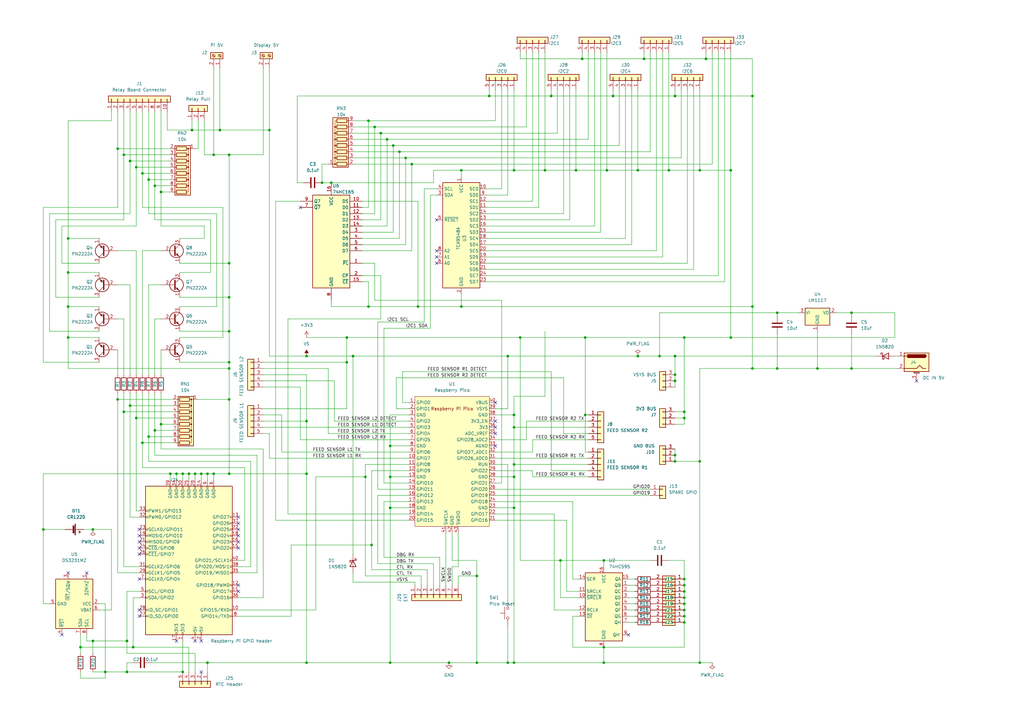
<source format=kicad_sch>
(kicad_sch (version 20211123) (generator eeschema)
  (paper "A3")
  (junction (at 144.78 146.05))
  (junction (at 151.13 125.73))
  (junction (at 149.86 195.58))
  (junction (at 58.42 181.61))
  (junction (at 287.02 69.85))
  (junction (at 210.82 208.28))
  (junction (at 160.02 271.78))
  (junction (at 60.96 73.66))
  (junction (at 80.01 194.31))
  (junction (at 335.28 151.13))
  (junction (at 110.49 53.34))
  (junction (at 166.37 64.77))
  (junction (at 50.8 168.91))
  (junction (at 60.96 179.07))
  (junction (at 168.91 67.31))
  (junction (at 63.5 76.2))
  (junction (at 55.88 68.58))
  (junction (at 276.86 39.37))
  (junction (at 54.61 265.43))
  (junction (at 240.03 138.43))
  (junction (at 85.09 194.31))
  (junction (at 93.98 135.89))
  (junction (at 308.61 39.37))
  (junction (at 132.08 74.93))
  (junction (at 33.02 265.43))
  (junction (at 280.67 252.73))
  (junction (at 280.67 138.43))
  (junction (at 213.36 138.43))
  (junction (at 276.86 146.05))
  (junction (at 210.82 195.58))
  (junction (at 142.24 148.59))
  (junction (at 87.63 194.31))
  (junction (at 276.86 186.69))
  (junction (at 43.18 275.59))
  (junction (at 287.02 271.78))
  (junction (at 160.02 182.88))
  (junction (at 247.65 229.87))
  (junction (at 247.65 265.43))
  (junction (at 161.29 59.69))
  (junction (at 72.39 194.31))
  (junction (at 226.06 39.37))
  (junction (at 236.22 69.85))
  (junction (at 90.17 53.34))
  (junction (at 74.93 194.31))
  (junction (at 287.02 189.23))
  (junction (at 53.34 66.04))
  (junction (at 125.73 271.78))
  (junction (at 93.98 163.83))
  (junction (at 195.58 271.78))
  (junction (at 276.86 189.23))
  (junction (at 200.66 39.37))
  (junction (at 63.5 176.53))
  (junction (at 184.15 271.78))
  (junction (at 264.16 24.13))
  (junction (at 274.32 69.85))
  (junction (at 160.02 195.58))
  (junction (at 52.07 275.59))
  (junction (at 85.09 271.78))
  (junction (at 163.83 62.23))
  (junction (at 240.03 170.18))
  (junction (at 17.78 217.17))
  (junction (at 55.88 171.45))
  (junction (at 82.55 194.31))
  (junction (at 210.82 190.5))
  (junction (at 308.61 125.73))
  (junction (at 66.04 78.74))
  (junction (at 208.28 146.05))
  (junction (at 125.73 146.05))
  (junction (at 77.47 194.31))
  (junction (at 93.98 194.31))
  (junction (at 247.65 271.78))
  (junction (at 87.63 63.5))
  (junction (at 251.46 39.37))
  (junction (at 195.58 236.22))
  (junction (at 125.73 172.72))
  (junction (at 210.82 69.85))
  (junction (at 142.24 138.43))
  (junction (at 53.34 166.37))
  (junction (at 223.52 69.85))
  (junction (at 66.04 173.99))
  (junction (at 349.25 128.27))
  (junction (at 38.1 262.89))
  (junction (at 308.61 151.13))
  (junction (at 50.8 63.5))
  (junction (at 93.98 148.59))
  (junction (at 280.67 247.65))
  (junction (at 38.1 217.17))
  (junction (at 349.25 151.13))
  (junction (at 229.87 229.87))
  (junction (at 280.67 250.19))
  (junction (at 52.07 262.89))
  (junction (at 238.76 24.13))
  (junction (at 48.26 163.83))
  (junction (at 27.94 138.43))
  (junction (at 280.67 240.03))
  (junction (at 156.21 54.61))
  (junction (at 280.67 171.45))
  (junction (at 125.73 194.31))
  (junction (at 280.67 237.49))
  (junction (at 270.51 146.05))
  (junction (at 299.72 138.43))
  (junction (at 318.77 151.13))
  (junction (at 210.82 175.26))
  (junction (at 299.72 69.85))
  (junction (at 27.94 125.73))
  (junction (at 280.67 168.91))
  (junction (at 208.28 271.78))
  (junction (at 276.86 153.67))
  (junction (at 152.4 223.52))
  (junction (at 78.74 53.34))
  (junction (at 93.98 63.5))
  (junction (at 261.62 69.85))
  (junction (at 27.94 97.79))
  (junction (at 93.98 121.92))
  (junction (at 93.98 151.13))
  (junction (at 171.45 125.73))
  (junction (at 93.98 107.95))
  (junction (at 27.94 111.76))
  (junction (at 69.85 194.31))
  (junction (at 276.86 156.21))
  (junction (at 153.67 52.07))
  (junction (at 48.26 60.96))
  (junction (at 318.77 128.27))
  (junction (at 58.42 71.12))
  (junction (at 280.67 242.57))
  (junction (at 151.13 49.53))
  (junction (at 189.23 69.85))
  (junction (at 74.93 275.59))
  (junction (at 280.67 255.27))
  (junction (at 210.82 170.18))
  (junction (at 189.23 125.73))
  (junction (at 289.56 24.13))
  (junction (at 135.89 74.93))
  (junction (at 248.92 69.85))
  (junction (at 210.82 271.78))
  (junction (at 160.02 208.28))
  (junction (at 158.75 57.15))
  (junction (at 280.67 245.11))
  (junction (at 261.62 146.05))
  (no_connect (at 57.15 224.79))
  (no_connect (at 97.79 240.03))
  (no_connect (at 97.79 242.57))
  (no_connect (at 57.15 217.17))
  (no_connect (at 82.55 262.89))
  (no_connect (at 375.92 156.21))
  (no_connect (at 57.15 219.71))
  (no_connect (at 179.07 107.95))
  (no_connect (at 179.07 102.87))
  (no_connect (at 179.07 105.41))
  (no_connect (at 179.07 90.17))
  (no_connect (at 57.15 250.19))
  (no_connect (at 57.15 252.73))
  (no_connect (at 57.15 237.49))
  (no_connect (at 203.2 175.26))
  (no_connect (at 25.4 260.35))
  (no_connect (at 35.56 234.95))
  (no_connect (at 27.94 234.95))
  (no_connect (at 97.79 212.09))
  (no_connect (at 97.79 224.79))
  (no_connect (at 97.79 222.25))
  (no_connect (at 97.79 219.71))
  (no_connect (at 97.79 214.63))
  (no_connect (at 97.79 217.17))
  (no_connect (at 57.15 222.25))
  (no_connect (at 72.39 262.89))
  (no_connect (at 82.55 275.59))
  (no_connect (at 123.19 85.09))
  (no_connect (at 203.2 177.8))
  (no_connect (at 203.2 172.72))
  (no_connect (at 203.2 165.1))
  (no_connect (at 203.2 182.88))
  (no_connect (at 80.01 262.89))
  (no_connect (at 57.15 227.33))
  (no_connect (at 257.81 260.35))
  (wire (pts (xy 276.86 168.91) (xy 280.67 168.91)))
  (wire (pts (xy 226.06 152.4) (xy 226.06 193.04)))
  (wire (pts (xy 38.1 217.17) (xy 45.72 217.17)))
  (wire (pts (xy 167.64 170.18) (xy 160.02 170.18)))
  (wire (pts (xy 210.82 175.26) (xy 210.82 190.5)))
  (wire (pts (xy 231.14 177.8) (xy 241.3 177.8)))
  (wire (pts (xy 107.95 170.18) (xy 115.57 170.18)))
  (wire (pts (xy 50.8 168.91) (xy 50.8 232.41)))
  (wire (pts (xy 93.98 194.31) (xy 87.63 194.31)))
  (wire (pts (xy 144.78 67.31) (xy 168.91 67.31)))
  (wire (pts (xy 97.79 250.19) (xy 129.54 250.19)))
  (wire (pts (xy 203.2 213.36) (xy 232.41 213.36)))
  (wire (pts (xy 163.83 62.23) (xy 266.7 62.23)))
  (wire (pts (xy 232.41 213.36) (xy 232.41 242.57)))
  (wire (pts (xy 17.78 85.09) (xy 48.26 85.09)))
  (wire (pts (xy 152.4 193.04) (xy 152.4 223.52)))
  (wire (pts (xy 247.65 229.87) (xy 247.65 232.41)))
  (wire (pts (xy 80.01 194.31) (xy 82.55 194.31)))
  (wire (pts (xy 123.19 158.75) (xy 123.19 180.34)))
  (wire (pts (xy 142.24 148.59) (xy 142.24 167.64)))
  (wire (pts (xy 208.28 167.64) (xy 208.28 146.05)))
  (wire (pts (xy 54.61 245.11) (xy 54.61 265.43)))
  (wire (pts (xy 20.32 135.89) (xy 20.32 87.63)))
  (wire (pts (xy 228.6 54.61) (xy 228.6 36.83)))
  (wire (pts (xy 55.88 68.58) (xy 55.88 92.71)))
  (wire (pts (xy 238.76 24.13) (xy 213.36 24.13)))
  (wire (pts (xy 27.94 151.13) (xy 93.98 151.13)))
  (wire (pts (xy 38.1 262.89) (xy 38.1 267.97)))
  (wire (pts (xy 276.86 171.45) (xy 280.67 171.45)))
  (wire (pts (xy 199.39 100.33) (xy 259.08 100.33)))
  (wire (pts (xy 60.96 73.66) (xy 69.85 73.66)))
  (wire (pts (xy 48.26 60.96) (xy 48.26 85.09)))
  (wire (pts (xy 171.45 125.73) (xy 189.23 125.73)))
  (wire (pts (xy 162.56 167.64) (xy 162.56 154.94)))
  (wire (pts (xy 60.96 87.63) (xy 88.9 87.63)))
  (wire (pts (xy 77.47 265.43) (xy 54.61 265.43)))
  (wire (pts (xy 281.94 107.95) (xy 281.94 36.83)))
  (wire (pts (xy 160.02 195.58) (xy 167.64 195.58)))
  (wire (pts (xy 78.74 53.34) (xy 90.17 53.34)))
  (wire (pts (xy 162.56 154.94) (xy 231.14 154.94)))
  (wire (pts (xy 113.03 82.55) (xy 113.03 213.36)))
  (wire (pts (xy 68.58 45.72) (xy 68.58 53.34)))
  (wire (pts (xy 97.79 229.87) (xy 100.33 229.87)))
  (wire (pts (xy 243.84 92.71) (xy 243.84 21.59)))
  (wire (pts (xy 125.73 153.67) (xy 125.73 172.72)))
  (wire (pts (xy 102.87 189.23) (xy 60.96 189.23)))
  (wire (pts (xy 199.39 105.41) (xy 271.78 105.41)))
  (wire (pts (xy 53.34 66.04) (xy 69.85 66.04)))
  (wire (pts (xy 240.03 170.18) (xy 241.3 170.18)))
  (wire (pts (xy 93.98 194.31) (xy 125.73 194.31)))
  (wire (pts (xy 33.02 265.43) (xy 33.02 260.35)))
  (wire (pts (xy 55.88 161.29) (xy 55.88 171.45)))
  (wire (pts (xy 160.02 182.88) (xy 160.02 195.58)))
  (wire (pts (xy 58.42 71.12) (xy 58.42 85.09)))
  (wire (pts (xy 50.8 130.81) (xy 50.8 153.67)))
  (wire (pts (xy 167.64 180.34) (xy 123.19 180.34)))
  (wire (pts (xy 177.8 231.14) (xy 154.94 231.14)))
  (wire (pts (xy 57.15 242.57) (xy 52.07 242.57)))
  (wire (pts (xy 148.59 97.79) (xy 163.83 97.79)))
  (wire (pts (xy 203.2 200.66) (xy 266.7 200.66)))
  (wire (pts (xy 110.49 146.05) (xy 125.73 146.05)))
  (wire (pts (xy 66.04 173.99) (xy 71.12 173.99)))
  (wire (pts (xy 27.94 49.53) (xy 27.94 97.79)))
  (wire (pts (xy 161.29 59.69) (xy 254 59.69)))
  (wire (pts (xy 38.1 275.59) (xy 43.18 275.59)))
  (wire (pts (xy 240.03 170.18) (xy 240.03 185.42)))
  (wire (pts (xy 119.38 223.52) (xy 152.4 223.52)))
  (wire (pts (xy 33.02 278.13) (xy 43.18 278.13)))
  (wire (pts (xy 218.44 195.58) (xy 241.3 195.58)))
  (wire (pts (xy 208.28 256.54) (xy 208.28 271.78)))
  (wire (pts (xy 55.88 68.58) (xy 69.85 68.58)))
  (wire (pts (xy 57.15 245.11) (xy 54.61 245.11)))
  (wire (pts (xy 144.78 52.07) (xy 153.67 52.07)))
  (wire (pts (xy 264.16 24.13) (xy 238.76 24.13)))
  (wire (pts (xy 154.94 132.08) (xy 173.99 132.08)))
  (wire (pts (xy 118.11 130.81) (xy 118.11 210.82)))
  (wire (pts (xy 247.65 265.43) (xy 247.65 271.78)))
  (wire (pts (xy 180.34 228.6) (xy 157.48 228.6)))
  (wire (pts (xy 227.33 210.82) (xy 227.33 250.19)))
  (wire (pts (xy 57.15 234.95) (xy 48.26 234.95)))
  (wire (pts (xy 93.98 63.5) (xy 107.95 63.5)))
  (wire (pts (xy 223.52 21.59) (xy 223.52 69.85)))
  (wire (pts (xy 236.22 69.85) (xy 223.52 69.85)))
  (wire (pts (xy 165.1 165.1) (xy 165.1 152.4)))
  (wire (pts (xy 261.62 146.05) (xy 270.51 146.05)))
  (wire (pts (xy 266.7 62.23) (xy 266.7 21.59)))
  (wire (pts (xy 48.26 60.96) (xy 69.85 60.96)))
  (wire (pts (xy 327.66 128.27) (xy 318.77 128.27)))
  (wire (pts (xy 125.73 194.31) (xy 125.73 271.78)))
  (wire (pts (xy 148.59 113.03) (xy 156.21 113.03)))
  (wire (pts (xy 223.52 162.56) (xy 223.52 135.89)))
  (wire (pts (xy 125.73 146.05) (xy 144.78 146.05)))
  (wire (pts (xy 135.89 125.73) (xy 151.13 125.73)))
  (wire (pts (xy 148.59 102.87) (xy 168.91 102.87)))
  (wire (pts (xy 85.09 271.78) (xy 125.73 271.78)))
  (wire (pts (xy 271.78 105.41) (xy 271.78 21.59)))
  (wire (pts (xy 77.47 194.31) (xy 80.01 194.31)))
  (wire (pts (xy 125.73 172.72) (xy 125.73 194.31)))
  (wire (pts (xy 229.87 245.11) (xy 229.87 229.87)))
  (wire (pts (xy 223.52 69.85) (xy 210.82 69.85)))
  (wire (pts (xy 107.95 158.75) (xy 123.19 158.75)))
  (wire (pts (xy 210.82 190.5) (xy 241.3 190.5)))
  (wire (pts (xy 66.04 92.71) (xy 83.82 92.71)))
  (wire (pts (xy 52.07 242.57) (xy 52.07 262.89)))
  (wire (pts (xy 199.39 82.55) (xy 218.44 82.55)))
  (wire (pts (xy 254 59.69) (xy 254 36.83)))
  (wire (pts (xy 58.42 161.29) (xy 58.42 181.61)))
  (wire (pts (xy 227.33 250.19) (xy 237.49 250.19)))
  (wire (pts (xy 57.15 232.41) (xy 50.8 232.41)))
  (wire (pts (xy 27.94 138.43) (xy 27.94 151.13)))
  (wire (pts (xy 90.17 53.34) (xy 110.49 53.34)))
  (wire (pts (xy 148.59 115.57) (xy 151.13 115.57)))
  (wire (pts (xy 203.2 195.58) (xy 210.82 195.58)))
  (wire (pts (xy 280.67 173.99) (xy 276.86 173.99)))
  (wire (pts (xy 233.68 90.17) (xy 233.68 36.83)))
  (wire (pts (xy 73.66 138.43) (xy 91.44 138.43)))
  (wire (pts (xy 187.96 218.44) (xy 187.96 232.41)))
  (wire (pts (xy 210.82 208.28) (xy 210.82 271.78)))
  (wire (pts (xy 27.94 97.79) (xy 27.94 111.76)))
  (wire (pts (xy 27.94 97.79) (xy 40.64 97.79)))
  (wire (pts (xy 148.59 90.17) (xy 156.21 90.17)))
  (wire (pts (xy 289.56 24.13) (xy 264.16 24.13)))
  (wire (pts (xy 73.66 148.59) (xy 93.98 148.59)))
  (wire (pts (xy 280.67 138.43) (xy 299.72 138.43)))
  (wire (pts (xy 110.49 53.34) (xy 110.49 146.05)))
  (wire (pts (xy 276.86 36.83) (xy 276.86 39.37)))
  (wire (pts (xy 40.64 247.65) (xy 43.18 247.65)))
  (wire (pts (xy 80.01 60.96) (xy 81.28 60.96)))
  (wire (pts (xy 200.66 39.37) (xy 226.06 39.37)))
  (wire (pts (xy 215.9 52.07) (xy 215.9 21.59)))
  (wire (pts (xy 203.2 190.5) (xy 208.28 190.5)))
  (wire (pts (xy 335.28 151.13) (xy 349.25 151.13)))
  (wire (pts (xy 200.66 36.83) (xy 200.66 39.37)))
  (wire (pts (xy 259.08 100.33) (xy 259.08 36.83)))
  (wire (pts (xy 153.67 52.07) (xy 215.9 52.07)))
  (wire (pts (xy 156.21 113.03) (xy 156.21 130.81)))
  (wire (pts (xy 107.95 245.11) (xy 107.95 184.15)))
  (wire (pts (xy 63.5 90.17) (xy 86.36 90.17)))
  (wire (pts (xy 276.86 146.05) (xy 359.41 146.05)))
  (wire (pts (xy 248.92 21.59) (xy 248.92 69.85)))
  (wire (pts (xy 48.26 45.72) (xy 48.26 60.96)))
  (wire (pts (xy 52.07 267.97) (xy 80.01 267.97)))
  (wire (pts (xy 58.42 85.09) (xy 91.44 85.09)))
  (wire (pts (xy 97.79 234.95) (xy 105.41 234.95)))
  (wire (pts (xy 287.02 151.13) (xy 308.61 151.13)))
  (wire (pts (xy 177.8 69.85) (xy 189.23 69.85)))
  (wire (pts (xy 210.82 170.18) (xy 210.82 175.26)))
  (wire (pts (xy 80.01 194.31) (xy 80.01 196.85)))
  (wire (pts (xy 144.78 49.53) (xy 151.13 49.53)))
  (wire (pts (xy 54.61 271.78) (xy 52.07 271.78)))
  (wire (pts (xy 182.88 218.44) (xy 182.88 240.03)))
  (wire (pts (xy 50.8 168.91) (xy 71.12 168.91)))
  (wire (pts (xy 93.98 63.5) (xy 87.63 63.5)))
  (wire (pts (xy 52.07 275.59) (xy 74.93 275.59)))
  (wire (pts (xy 179.07 77.47) (xy 173.99 77.47)))
  (wire (pts (xy 60.96 179.07) (xy 60.96 189.23)))
  (wire (pts (xy 189.23 125.73) (xy 308.61 125.73)))
  (wire (pts (xy 156.21 54.61) (xy 156.21 90.17)))
  (wire (pts (xy 251.46 39.37) (xy 276.86 39.37)))
  (wire (pts (xy 156.21 54.61) (xy 228.6 54.61)))
  (wire (pts (xy 50.8 161.29) (xy 50.8 168.91)))
  (wire (pts (xy 48.26 163.83) (xy 48.26 234.95)))
  (wire (pts (xy 160.02 208.28) (xy 160.02 271.78)))
  (wire (pts (xy 199.39 90.17) (xy 233.68 90.17)))
  (wire (pts (xy 135.89 123.19) (xy 135.89 125.73)))
  (wire (pts (xy 335.28 135.89) (xy 335.28 151.13)))
  (wire (pts (xy 157.48 134.62) (xy 157.48 198.12)))
  (wire (pts (xy 215.9 172.72) (xy 215.9 180.34)))
  (wire (pts (xy 208.28 146.05) (xy 261.62 146.05)))
  (wire (pts (xy 342.9 128.27) (xy 349.25 128.27)))
  (wire (pts (xy 158.75 57.15) (xy 241.3 57.15)))
  (wire (pts (xy 199.39 95.25) (xy 246.38 95.25)))
  (wire (pts (xy 176.53 80.01) (xy 176.53 134.62)))
  (wire (pts (xy 83.82 63.5) (xy 87.63 63.5)))
  (wire (pts (xy 210.82 190.5) (xy 210.82 195.58)))
  (wire (pts (xy 118.11 210.82) (xy 167.64 210.82)))
  (wire (pts (xy 35.56 262.89) (xy 38.1 262.89)))
  (wire (pts (xy 85.09 194.31) (xy 85.09 196.85)))
  (wire (pts (xy 172.72 240.03) (xy 172.72 236.22)))
  (wire (pts (xy 151.13 85.09) (xy 151.13 49.53)))
  (wire (pts (xy 299.72 69.85) (xy 287.02 69.85)))
  (wire (pts (xy 210.82 162.56) (xy 223.52 162.56)))
  (wire (pts (xy 234.95 252.73) (xy 234.95 265.43)))
  (wire (pts (xy 195.58 229.87) (xy 195.58 236.22)))
  (wire (pts (xy 107.95 156.21) (xy 137.16 156.21)))
  (wire (pts (xy 53.34 66.04) (xy 53.34 87.63)))
  (wire (pts (xy 199.39 113.03) (xy 294.64 113.03)))
  (wire (pts (xy 274.32 229.87) (xy 280.67 229.87)))
  (wire (pts (xy 132.08 67.31) (xy 132.08 74.93)))
  (wire (pts (xy 148.59 87.63) (xy 153.67 87.63)))
  (wire (pts (xy 234.95 237.49) (xy 237.49 237.49)))
  (wire (pts (xy 160.02 170.18) (xy 160.02 182.88)))
  (wire (pts (xy 134.62 151.13) (xy 134.62 177.8)))
  (wire (pts (xy 308.61 125.73) (xy 308.61 151.13)))
  (wire (pts (xy 110.49 27.94) (xy 110.49 53.34)))
  (wire (pts (xy 276.86 158.75) (xy 276.86 156.21)))
  (wire (pts (xy 74.93 194.31) (xy 77.47 194.31)))
  (wire (pts (xy 110.49 177.8) (xy 107.95 177.8)))
  (wire (pts (xy 171.45 82.55) (xy 171.45 125.73)))
  (wire (pts (xy 185.42 218.44) (xy 185.42 229.87)))
  (wire (pts (xy 17.78 194.31) (xy 69.85 194.31)))
  (wire (pts (xy 247.65 229.87) (xy 266.7 229.87)))
  (wire (pts (xy 93.98 107.95) (xy 93.98 121.92)))
  (wire (pts (xy 175.26 240.03) (xy 175.26 233.68)))
  (wire (pts (xy 157.48 134.62) (xy 176.53 134.62)))
  (wire (pts (xy 203.2 193.04) (xy 218.44 193.04)))
  (wire (pts (xy 213.36 24.13) (xy 213.36 21.59)))
  (wire (pts (xy 50.8 63.5) (xy 50.8 90.17)))
  (wire (pts (xy 87.63 27.94) (xy 87.63 63.5)))
  (wire (pts (xy 203.2 49.53) (xy 203.2 36.83)))
  (wire (pts (xy 100.33 229.87) (xy 100.33 191.77)))
  (wire (pts (xy 50.8 45.72) (xy 50.8 63.5)))
  (wire (pts (xy 287.02 69.85) (xy 274.32 69.85)))
  (wire (pts (xy 203.2 180.34) (xy 215.9 180.34)))
  (wire (pts (xy 199.39 87.63) (xy 231.14 87.63)))
  (wire (pts (xy 203.2 208.28) (xy 210.82 208.28)))
  (wire (pts (xy 27.94 138.43) (xy 40.64 138.43)))
  (wire (pts (xy 63.5 130.81) (xy 63.5 153.67)))
  (wire (pts (xy 170.18 238.76) (xy 144.78 238.76)))
  (wire (pts (xy 68.58 53.34) (xy 78.74 53.34)))
  (wire (pts (xy 308.61 24.13) (xy 308.61 39.37)))
  (wire (pts (xy 208.28 190.5) (xy 208.28 246.38)))
  (wire (pts (xy 20.32 135.89) (xy 40.64 135.89)))
  (wire (pts (xy 144.78 62.23) (xy 163.83 62.23)))
  (wire (pts (xy 83.82 49.53) (xy 83.82 63.5)))
  (wire (pts (xy 45.72 250.19) (xy 40.64 250.19)))
  (wire (pts (xy 149.86 195.58) (xy 149.86 236.22)))
  (wire (pts (xy 77.47 194.31) (xy 77.47 196.85)))
  (wire (pts (xy 218.44 180.34) (xy 218.44 185.42)))
  (wire (pts (xy 158.75 57.15) (xy 158.75 92.71)))
  (wire (pts (xy 93.98 63.5) (xy 93.98 107.95)))
  (wire (pts (xy 52.07 262.89) (xy 52.07 267.97)))
  (wire (pts (xy 166.37 64.77) (xy 279.4 64.77)))
  (wire (pts (xy 349.25 128.27) (xy 367.03 128.27)))
  (wire (pts (xy 185.42 232.41) (xy 185.42 240.03)))
  (wire (pts (xy 144.78 59.69) (xy 161.29 59.69)))
  (wire (pts (xy 148.59 107.95) (xy 153.67 107.95)))
  (wire (pts (xy 203.2 170.18) (xy 210.82 170.18)))
  (wire (pts (xy 50.8 63.5) (xy 69.85 63.5)))
  (wire (pts (xy 22.86 90.17) (xy 50.8 90.17)))
  (wire (pts (xy 160.02 208.28) (xy 167.64 208.28)))
  (wire (pts (xy 66.04 173.99) (xy 66.04 184.15)))
  (wire (pts (xy 280.67 240.03) (xy 280.67 242.57)))
  (wire (pts (xy 129.54 195.58) (xy 129.54 250.19)))
  (wire (pts (xy 148.59 92.71) (xy 158.75 92.71)))
  (wire (pts (xy 299.72 69.85) (xy 299.72 138.43)))
  (wire (pts (xy 154.94 203.2) (xy 167.64 203.2)))
  (wire (pts (xy 287.02 189.23) (xy 287.02 271.78)))
  (wire (pts (xy 63.5 45.72) (xy 63.5 76.2)))
  (wire (pts (xy 25.4 107.95) (xy 25.4 92.71)))
  (wire (pts (xy 149.86 190.5) (xy 149.86 195.58)))
  (wire (pts (xy 280.67 138.43) (xy 280.67 168.91)))
  (wire (pts (xy 349.25 128.27) (xy 349.25 129.54)))
  (wire (pts (xy 73.66 97.79) (xy 83.82 97.79)))
  (wire (pts (xy 270.51 128.27) (xy 270.51 146.05)))
  (wire (pts (xy 208.28 271.78) (xy 210.82 271.78)))
  (wire (pts (xy 73.66 111.76) (xy 86.36 111.76)))
  (wire (pts (xy 226.06 39.37) (xy 251.46 39.37)))
  (wire (pts (xy 161.29 59.69) (xy 161.29 95.25)))
  (wire (pts (xy 107.95 27.94) (xy 107.95 63.5)))
  (wire (pts (xy 148.59 82.55) (xy 171.45 82.55)))
  (wire (pts (xy 73.66 125.73) (xy 88.9 125.73)))
  (wire (pts (xy 157.48 228.6) (xy 157.48 205.74)))
  (wire (pts (xy 58.42 102.87) (xy 58.42 153.67)))
  (wire (pts (xy 257.81 250.19) (xy 260.35 250.19)))
  (wire (pts (xy 93.98 151.13) (xy 93.98 163.83)))
  (wire (pts (xy 82.55 194.31) (xy 85.09 194.31)))
  (wire (pts (xy 167.64 165.1) (xy 165.1 165.1)))
  (wire (pts (xy 63.5 161.29) (xy 63.5 176.53)))
  (wire (pts (xy 107.95 184.15) (xy 66.04 184.15)))
  (wire (pts (xy 63.5 176.53) (xy 71.12 176.53)))
  (wire (pts (xy 257.81 245.11) (xy 260.35 245.11)))
  (wire (pts (xy 17.78 247.65) (xy 20.32 247.65)))
  (wire (pts (xy 55.88 45.72) (xy 55.88 68.58)))
  (wire (pts (xy 17.78 217.17) (xy 17.78 194.31)))
  (wire (pts (xy 264.16 21.59) (xy 264.16 24.13)))
  (wire (pts (xy 43.18 278.13) (xy 43.18 275.59)))
  (wire (pts (xy 74.93 262.89) (xy 74.93 275.59)))
  (wire (pts (xy 58.42 45.72) (xy 58.42 71.12)))
  (wire (pts (xy 113.03 213.36) (xy 167.64 213.36)))
  (wire (pts (xy 240.03 185.42) (xy 241.3 185.42)))
  (wire (pts (xy 210.82 175.26) (xy 241.3 175.26)))
  (wire (pts (xy 274.32 69.85) (xy 261.62 69.85)))
  (wire (pts (xy 280.67 252.73) (xy 280.67 255.27)))
  (wire (pts (xy 199.39 77.47) (xy 205.74 77.47)))
  (wire (pts (xy 25.4 92.71) (xy 55.88 92.71)))
  (wire (pts (xy 189.23 69.85) (xy 189.23 72.39)))
  (wire (pts (xy 203.2 203.2) (xy 266.7 203.2)))
  (wire (pts (xy 154.94 231.14) (xy 154.94 203.2)))
  (wire (pts (xy 100.33 191.77) (xy 58.42 191.77)))
  (wire (pts (xy 160.02 271.78) (xy 184.15 271.78)))
  (wire (pts (xy 81.28 163.83) (xy 93.98 163.83)))
  (wire (pts (xy 83.82 92.71) (xy 83.82 97.79)))
  (wire (pts (xy 107.95 151.13) (xy 134.62 151.13)))
  (wire (pts (xy 205.74 123.19) (xy 205.74 198.12)))
  (wire (pts (xy 199.39 102.87) (xy 269.24 102.87)))
  (wire (pts (xy 167.64 187.96) (xy 110.49 187.96)))
  (wire (pts (xy 53.34 166.37) (xy 71.12 166.37)))
  (wire (pts (xy 257.81 252.73) (xy 260.35 252.73)))
  (wire (pts (xy 213.36 229.87) (xy 229.87 229.87)))
  (wire (pts (xy 203.2 167.64) (xy 208.28 167.64)))
  (wire (pts (xy 205.74 77.47) (xy 205.74 36.83)))
  (wire (pts (xy 93.98 163.83) (xy 93.98 194.31)))
  (wire (pts (xy 269.24 102.87) (xy 269.24 21.59)))
  (wire (pts (xy 142.24 138.43) (xy 142.24 148.59)))
  (wire (pts (xy 195.58 271.78) (xy 208.28 271.78)))
  (wire (pts (xy 257.81 237.49) (xy 260.35 237.49)))
  (wire (pts (xy 27.94 125.73) (xy 40.64 125.73)))
  (wire (pts (xy 199.39 85.09) (xy 220.98 85.09)))
  (wire (pts (xy 199.39 97.79) (xy 256.54 97.79)))
  (wire (pts (xy 48.26 143.51) (xy 48.26 153.67)))
  (wire (pts (xy 280.67 168.91) (xy 280.67 171.45)))
  (wire (pts (xy 160.02 195.58) (xy 160.02 208.28)))
  (wire (pts (xy 213.36 138.43) (xy 240.03 138.43)))
  (wire (pts (xy 153.67 123.19) (xy 205.74 123.19)))
  (wire (pts (xy 121.92 74.93) (xy 121.92 39.37)))
  (wire (pts (xy 251.46 36.83) (xy 251.46 39.37)))
  (wire (pts (xy 43.18 247.65) (xy 43.18 275.59)))
  (wire (pts (xy 144.78 57.15) (xy 158.75 57.15)))
  (wire (pts (xy 48.26 116.84) (xy 53.34 116.84)))
  (wire (pts (xy 107.95 153.67) (xy 125.73 153.67)))
  (wire (pts (xy 27.94 111.76) (xy 27.94 125.73)))
  (wire (pts (xy 229.87 229.87) (xy 247.65 229.87)))
  (wire (pts (xy 284.48 110.49) (xy 284.48 36.83)))
  (wire (pts (xy 203.2 185.42) (xy 218.44 185.42)))
  (wire (pts (xy 280.67 171.45) (xy 280.67 173.99)))
  (wire (pts (xy 73.66 107.95) (xy 93.98 107.95)))
  (wire (pts (xy 113.03 82.55) (xy 123.19 82.55)))
  (wire (pts (xy 85.09 271.78) (xy 85.09 275.59)))
  (wire (pts (xy 86.36 111.76) (xy 86.36 90.17)))
  (wire (pts (xy 299.72 138.43) (xy 367.03 138.43)))
  (wire (pts (xy 163.83 62.23) (xy 163.83 97.79)))
  (wire (pts (xy 129.54 195.58) (xy 149.86 195.58)))
  (wire (pts (xy 195.58 236.22) (xy 195.58 271.78)))
  (wire (pts (xy 73.66 121.92) (xy 93.98 121.92)))
  (wire (pts (xy 62.23 271.78) (xy 85.09 271.78)))
  (wire (pts (xy 177.8 240.03) (xy 177.8 231.14)))
  (wire (pts (xy 199.39 110.49) (xy 284.48 110.49)))
  (wire (pts (xy 63.5 76.2) (xy 69.85 76.2)))
  (wire (pts (xy 247.65 271.78) (xy 287.02 271.78)))
  (wire (pts (xy 69.85 196.85) (xy 69.85 194.31)))
  (wire (pts (xy 257.81 240.03) (xy 260.35 240.03)))
  (wire (pts (xy 115.57 170.18) (xy 115.57 185.42)))
  (wire (pts (xy 208.28 80.01) (xy 208.28 36.83)))
  (wire (pts (xy 124.46 74.93) (xy 121.92 74.93)))
  (wire (pts (xy 247.65 271.78) (xy 210.82 271.78)))
  (wire (pts (xy 257.81 242.57) (xy 260.35 242.57)))
  (wire (pts (xy 60.96 116.84) (xy 60.96 153.67)))
  (wire (pts (xy 110.49 187.96) (xy 110.49 177.8)))
  (wire (pts (xy 270.51 146.05) (xy 276.86 146.05)))
  (wire (pts (xy 287.02 271.78) (xy 292.1 271.78)))
  (wire (pts (xy 97.79 252.73) (xy 119.38 252.73)))
  (wire (pts (xy 144.78 54.61) (xy 156.21 54.61)))
  (wire (pts (xy 308.61 24.13) (xy 289.56 24.13)))
  (wire (pts (xy 72.39 194.31) (xy 74.93 194.31)))
  (wire (pts (xy 137.16 172.72) (xy 167.64 172.72)))
  (wire (pts (xy 134.62 67.31) (xy 132.08 67.31)))
  (wire (pts (xy 187.96 232.41) (xy 185.42 232.41)))
  (wire (pts (xy 27.94 49.53) (xy 45.72 49.53)))
  (wire (pts (xy 367.03 146.05) (xy 368.3 146.05)))
  (wire (pts (xy 179.07 80.01) (xy 176.53 80.01)))
  (wire (pts (xy 166.37 64.77) (xy 166.37 100.33)))
  (wire (pts (xy 280.67 242.57) (xy 280.67 245.11)))
  (wire (pts (xy 57.15 212.09) (xy 53.34 212.09)))
  (wire (pts (xy 292.1 67.31) (xy 292.1 21.59)))
  (wire (pts (xy 156.21 130.81) (xy 118.11 130.81)))
  (wire (pts (xy 55.88 171.45) (xy 71.12 171.45)))
  (wire (pts (xy 287.02 36.83) (xy 287.02 69.85)))
  (wire (pts (xy 234.95 265.43) (xy 247.65 265.43)))
  (wire (pts (xy 107.95 148.59) (xy 142.24 148.59)))
  (wire (pts (xy 48.26 102.87) (xy 55.88 102.87)))
  (wire (pts (xy 63.5 176.53) (xy 63.5 186.69)))
  (wire (pts (xy 73.66 135.89) (xy 93.98 135.89)))
  (wire (pts (xy 152.4 223.52) (xy 152.4 233.68)))
  (wire (pts (xy 170.18 240.03) (xy 170.18 238.76)))
  (wire (pts (xy 48.26 163.83) (xy 71.12 163.83)))
  (wire (pts (xy 167.64 200.66) (xy 154.94 200.66)))
  (wire (pts (xy 236.22 36.83) (xy 236.22 69.85)))
  (wire (pts (xy 27.94 125.73) (xy 27.94 138.43)))
  (wire (pts (xy 151.13 49.53) (xy 203.2 49.53)))
  (wire (pts (xy 149.86 190.5) (xy 167.64 190.5)))
  (wire (pts (xy 241.3 193.04) (xy 226.06 193.04)))
  (wire (pts (xy 63.5 76.2) (xy 63.5 90.17)))
  (wire (pts (xy 43.18 275.59) (xy 52.07 275.59)))
  (wire (pts (xy 20.32 87.63) (xy 53.34 87.63)))
  (wire (pts (xy 213.36 138.43) (xy 213.36 229.87)))
  (wire (pts (xy 241.3 57.15) (xy 241.3 21.59)))
  (wire (pts (xy 238.76 21.59) (xy 238.76 24.13)))
  (wire (pts (xy 187.96 240.03) (xy 187.96 236.22)))
  (wire (pts (xy 199.39 92.71) (xy 243.84 92.71)))
  (wire (pts (xy 90.17 27.94) (xy 90.17 53.34)))
  (wire (pts (xy 48.26 161.29) (xy 48.26 163.83)))
  (wire (pts (xy 93.98 121.92) (xy 93.98 135.89)))
  (wire (pts (xy 72.39 194.31) (xy 72.39 196.85)))
  (wire (pts (xy 218.44 180.34) (xy 241.3 180.34)))
  (wire (pts (xy 27.94 111.76) (xy 40.64 111.76)))
  (wire (pts (xy 74.93 194.31) (xy 74.93 196.85)))
  (wire (pts (xy 210.82 170.18) (xy 210.82 162.56)))
  (wire (pts (xy 226.06 36.83) (xy 226.06 39.37)))
  (wire (pts (xy 160.02 182.88) (xy 167.64 182.88)))
  (wire (pts (xy 22.86 121.92) (xy 22.86 90.17)))
  (wire (pts (xy 257.81 255.27) (xy 260.35 255.27)))
  (wire (pts (xy 280.67 245.11) (xy 280.67 247.65)))
  (wire (pts (xy 82.55 194.31) (xy 82.55 196.85)))
  (wire (pts (xy 318.77 128.27) (xy 318.77 129.54)))
  (wire (pts (xy 88.9 125.73) (xy 88.9 87.63)))
  (wire (pts (xy 58.42 181.61) (xy 71.12 181.61)))
  (wire (pts (xy 280.67 237.49) (xy 280.67 240.03)))
  (wire (pts (xy 184.15 271.78) (xy 195.58 271.78)))
  (wire (pts (xy 93.98 148.59) (xy 93.98 151.13)))
  (wire (pts (xy 289.56 21.59) (xy 289.56 24.13)))
  (wire (pts (xy 187.96 236.22) (xy 195.58 236.22)))
  (wire (pts (xy 35.56 260.35) (xy 35.56 262.89)))
  (wire (pts (xy 153.67 107.95) (xy 153.67 123.19)))
  (wire (pts (xy 121.92 39.37) (xy 200.66 39.37)))
  (wire (pts (xy 115.57 185.42) (xy 167.64 185.42)))
  (wire (pts (xy 66.04 161.29) (xy 66.04 173.99)))
  (wire (pts (xy 180.34 240.03) (xy 180.34 228.6)))
  (wire (pts (xy 66.04 78.74) (xy 69.85 78.74)))
  (wire (pts (xy 172.72 236.22) (xy 149.86 236.22)))
  (wire (pts (xy 53.34 166.37) (xy 53.34 212.09)))
  (wire (pts (xy 105.41 234.95) (xy 105.41 186.69)))
  (wire (pts (xy 97.79 245.11) (xy 107.95 245.11)))
  (wire (pts (xy 257.81 247.65) (xy 260.35 247.65)))
  (wire (pts (xy 137.16 156.21) (xy 137.16 172.72)))
  (wire (pts (xy 157.48 205.74) (xy 167.64 205.74)))
  (wire (pts (xy 231.14 87.63) (xy 231.14 36.83)))
  (wire (pts (xy 203.2 187.96) (xy 241.3 187.96)))
  (wire (pts (xy 231.14 154.94) (xy 231.14 177.8)))
  (wire (pts (xy 210.82 69.85) (xy 189.23 69.85)))
  (wire (pts (xy 232.41 242.57) (xy 237.49 242.57)))
  (wire (pts (xy 144.78 146.05) (xy 208.28 146.05)))
  (wire (pts (xy 274.32 21.59) (xy 274.32 69.85)))
  (wire (pts (xy 280.67 250.19) (xy 280.67 252.73)))
  (wire (pts (xy 167.64 193.04) (xy 152.4 193.04)))
  (wire (pts (xy 218.44 193.04) (xy 218.44 195.58)))
  (wire (pts (xy 203.2 205.74) (xy 234.95 205.74)))
  (wire (pts (xy 240.03 138.43) (xy 280.67 138.43)))
  (wire (pts (xy 66.04 45.72) (xy 66.04 78.74)))
  (wire (pts (xy 17.78 148.59) (xy 17.78 85.09)))
  (wire (pts (xy 168.91 67.31) (xy 292.1 67.31)))
  (wire (pts (xy 177.8 74.93) (xy 177.8 69.85)))
  (wire (pts (xy 69.85 194.31) (xy 72.39 194.31)))
  (wire (pts (xy 173.99 77.47) (xy 173.99 132.08)))
  (wire (pts (xy 276.86 39.37) (xy 308.61 39.37)))
  (wire (pts (xy 367.03 128.27) (xy 367.03 138.43)))
  (wire (pts (xy 246.38 21.59) (xy 246.38 95.25)))
  (wire (pts (xy 34.29 217.17) (xy 38.1 217.17)))
  (wire (pts (xy 280.67 229.87) (xy 280.67 237.49)))
  (wire (pts (xy 91.44 138.43) (xy 91.44 85.09)))
  (wire (pts (xy 58.42 71.12) (xy 69.85 71.12)))
  (wire (pts (xy 125.73 138.43) (xy 142.24 138.43)))
  (wire (pts (xy 185.42 229.87) (xy 195.58 229.87)))
  (wire (pts (xy 66.04 143.51) (xy 66.04 153.67)))
  (wire (pts (xy 215.9 172.72) (xy 241.3 172.72)))
  (wire (pts (xy 53.34 45.72) (xy 53.34 66.04)))
  (wire (pts (xy 157.48 198.12) (xy 167.64 198.12)))
  (wire (pts (xy 261.62 36.83) (xy 261.62 69.85)))
  (wire (pts (xy 276.86 189.23) (xy 276.86 186.69)))
  (wire (pts (xy 294.64 113.03) (xy 294.64 21.59)))
  (wire (pts (xy 234.95 205.74) (xy 234.95 237.49)))
  (wire (pts (xy 349.25 137.16) (xy 349.25 151.13)))
  (wire (pts (xy 93.98 135.89) (xy 93.98 148.59)))
  (wire (pts (xy 148.59 100.33) (xy 166.37 100.33)))
  (wire (pts (xy 125.73 271.78) (xy 160.02 271.78)))
  (wire (pts (xy 25.4 107.95) (xy 40.64 107.95)))
  (wire (pts (xy 276.86 186.69) (xy 276.86 184.15)))
  (wire (pts (xy 218.44 82.55) (xy 218.44 21.59)))
  (wire (pts (xy 38.1 262.89) (xy 52.07 262.89)))
  (wire (pts (xy 57.15 209.55) (xy 55.88 209.55)))
  (wire (pts (xy 318.77 128.27) (xy 270.51 128.27)))
  (wire (pts (xy 165.1 152.4) (xy 226.06 152.4)))
  (wire (pts (xy 77.47 275.59) (xy 77.47 265.43)))
  (wire (pts (xy 175.26 233.68) (xy 152.4 233.68)))
  (wire (pts (xy 22.86 121.92) (xy 40.64 121.92)))
  (wire (pts (xy 261.62 69.85) (xy 248.92 69.85)))
  (wire (pts (xy 81.28 49.53) (xy 81.28 60.96)))
  (wire (pts (xy 210.82 195.58) (xy 210.82 208.28)))
  (wire (pts (xy 167.64 177.8) (xy 134.62 177.8)))
  (wire (pts (xy 107.95 175.26) (xy 167.64 175.26)))
  (wire (pts (xy 280.67 247.65) (xy 280.67 250.19)))
  (wire (pts (xy 318.77 151.13) (xy 335.28 151.13)))
  (wire (pts (xy 151.13 125.73) (xy 171.45 125.73)))
  (wire (pts (xy 45.72 49.53) (xy 45.72 45.72)))
  (wire (pts (xy 135.89 74.93) (xy 177.8 74.93)))
  (wire (pts (xy 287.02 151.13) (xy 287.02 189.23)))
  (wire (pts (xy 308.61 39.37) (xy 308.61 125.73)))
  (wire (pts (xy 119.38 223.52) (xy 119.38 252.73)))
  (wire (pts (xy 60.96 179.07) (xy 71.12 179.07)))
  (wire (pts (xy 52.07 271.78) (xy 52.07 275.59)))
  (wire (pts (xy 33.02 267.97) (xy 33.02 265.43)))
  (wire (pts (xy 247.65 265.43) (xy 280.67 265.43)))
  (wire (pts (xy 66.04 78.74) (xy 66.04 92.71)))
  (wire (pts (xy 33.02 265.43) (xy 54.61 265.43)))
  (wire (pts (xy 162.56 167.64) (xy 167.64 167.64)))
  (wire (pts (xy 151.13 115.57) (xy 151.13 125.73)))
  (wire (pts (xy 33.02 275.59) (xy 33.02 278.13)))
  (wire (pts (xy 55.88 171.45) (xy 55.88 209.55)))
  (wire (pts (xy 144.78 146.05) (xy 144.78 227.33)))
  (wire (pts (xy 203.2 198.12) (xy 205.74 198.12)))
  (wire (pts (xy 78.74 49.53) (xy 78.74 53.34)))
  (wire (pts (xy 142.24 138.43) (xy 213.36 138.43)))
  (wire (pts (xy 148.59 85.09) (xy 151.13 85.09)))
  (wire (pts (xy 237.49 252.73) (xy 234.95 252.73)))
  (wire (pts (xy 105.41 186.69) (xy 63.5 186.69)))
  (wire (pts (xy 308.61 151.13) (xy 318.77 151.13)))
  (wire (pts (xy 276.86 189.23) (xy 287.02 189.23)))
  (wire (pts (xy 256.54 97.79) (xy 256.54 36.83)))
  (wire (pts (xy 199.39 107.95) (xy 281.94 107.95)))
  (wire (pts (xy 199.39 115.57) (xy 297.18 115.57)))
  (wire (pts (xy 66.04 116.84) (xy 60.96 116.84)))
  (wire (pts (xy 220.98 85.09) (xy 220.98 21.59)))
  (wire (pts (xy 318.77 137.16) (xy 318.77 151.13)))
  (wire (pts (xy 132.08 74.93) (xy 135.89 74.93)))
  (wire (pts (xy 349.25 151.13) (xy 368.3 151.13)))
  (wire (pts (xy 107.95 172.72) (xy 125.73 172.72)))
  (wire (pts (xy 154.94 132.08) (xy 154.94 200.66)))
  (wire (pts (xy 210.82 36.83) (xy 210.82 69.85)))
  (wire (pts (xy 237.49 245.11) (xy 229.87 245.11)))
  (wire (pts (xy 280.67 255.27) (xy 280.67 265.43)))
  (wire (pts (xy 299.72 21.59) (xy 299.72 69.85)))
  (wire (pts (xy 17.78 148.59) (xy 40.64 148.59)))
  (wire (pts (xy 144.78 64.77) (xy 166.37 64.77)))
  (wire (pts (xy 279.4 64.77) (xy 279.4 36.83)))
  (wire (pts (xy 17.78 217.17) (xy 26.67 217.17)))
  (wire (pts (xy 97.79 232.41) (xy 102.87 232.41)))
  (wire (pts (xy 80.01 267.97) (xy 80.01 275.59)))
  (wire (pts (xy 60.96 45.72) (xy 60.96 73.66)))
  (wire (pts (xy 276.86 146.05) (xy 276.86 153.67)))
  (wire (pts (xy 189.23 120.65) (xy 189.23 125.73)))
  (wire (pts (xy 53.34 161.29) (xy 53.34 166.37)))
  (wire (pts (xy 276.86 156.21) (xy 276.86 153.67)))
  (wire (pts (xy 60.96 73.66) (xy 60.96 87.63)))
  (wire (pts (xy 248.92 69.85) (xy 236.22 69.85)))
  (wire (pts (xy 203.2 210.82) (xy 227.33 210.82)))
  (wire (pts (xy 199.39 80.01) (xy 208.28 80.01)))
  (wire (pts (xy 17.78 247.65) (xy 17.78 217.17)))
  (wire (pts (xy 53.34 116.84) (xy 53.34 153.67)))
  (wire (pts (xy 148.59 95.25) (xy 161.29 95.25)))
  (wire (pts (xy 144.78 234.95) (xy 144.78 238.76)))
  (wire (pts (xy 48.26 130.81) (xy 50.8 130.81)))
  (wire (pts (xy 66.04 130.81) (xy 63.5 130.81)))
  (wire (pts (xy 58.42 181.61) (xy 58.42 191.77)))
  (wire (pts (xy 107.95 167.64) (xy 142.24 167.64)))
  (wire (pts (xy 55.88 102.87) (xy 55.88 153.67)))
  (wire (pts (xy 240.03 138.43) (xy 240.03 170.18)))
  (wire (pts (xy 297.18 115.57) (xy 297.18 21.59)))
  (wire (pts (xy 102.87 232.41) (xy 102.87 189.23)))
  (wire (pts (xy 45.72 217.17) (xy 45.72 250.19)))
  (wire (pts (xy 168.91 67.31) (xy 168.91 102.87)))
  (wire (pts (xy 66.04 102.87) (xy 58.42 102.87)))
  (wire (pts (xy 87.63 194.31) (xy 87.63 196.85)))
  (wire (pts (xy 60.96 161.29) (xy 60.96 179.07)))
  (wire (pts (xy 85.09 194.31) (xy 87.63 194.31)))
  (wire (pts (xy 153.67 52.07) (xy 153.67 87.63)))
  (label "FEED SENSOR L2 TX" (at 138.43 177.8 0))
  (label "CTL TX" (at 162.56 236.22 0))
  (label "VSYS" (at 162.56 238.76 0))
  (label "FEED SENSOR R2 TX" (at 219.71 172.72 0))
  (label "FEED SENSOR R1 RX" (at 219.71 195.58 0))
  (label "I2C1 SDA" (at 166.37 134.62 0))
  (label "DBG TX" (at 162.56 231.14 0))
  (label "DBG RX" (at 162.56 228.6 0))
  (label "GPIO19" (at 266.7 203.2 180))
  (label "FEED SENSOR L1 TX" (at 128.27 185.42 0))
  (label "SWCLK" (at 182.88 238.76 90))
  (label "GND" (at 189.23 236.22 0))
  (label "FEED SENSOR L1 RX" (at 128.27 187.96 0))
  (label "FEED SENSOR L2 DETECT" (at 138.43 172.72 0))
  (label "FEED SENSOR R1 DETECT" (at 175.26 152.4 0))
  (label "CTL RX" (at 162.56 233.68 0))
  (label "FEED SENSOR R2 DETECT" (at 175.26 154.94 0))
  (label "FEED SENSOR R1 TX" (at 219.71 187.96 0))
  (label "GPIO20" (at 266.7 200.66 180))
  (label "FEED SENSOR L2 RX" (at 138.43 180.34 0))
  (label "FEED SENSOR R2 RX" (at 219.71 180.34 0))
  (label "I2C1 SCL" (at 158.75 132.08 0))
  (label "FEED SENSOR L1 DETECT" (at 138.43 175.26 0))
  (label "SWDIO" (at 185.42 238.76 90))
  (symbol (lib_id "Transistor_BJT:PN2222A") (at 71.12 130.81 0) (unit 1)
    (property "Reference" "Q6" (at 76.2 129.5399 0) (effects (justify left)))
    (property "Value" "PN2222A" (at 76.2 132.0799 0) (effects (justify left)))
    (property "Footprint" "Package_TO_SOT_THT:TO-92_Inline" (effects hide))
    (property "Datasheet" "https://www.onsemi.com/pub/Collateral/PN2222-D.PDF" (effects hide))
  )
  (symbol (lib_id "Device:R") (at 264.16 237.49 90) (unit 1)
    (property "Reference" "R11" (at 264.16 237.49 90))
    (property "Value" "R1" (effects hide))
    (property "Footprint" "Resistor_THT:R_Axial_DIN0207_L6.3mm_D2.5mm_P7.62mm_Horizontal" (effects hide))
  )
  (symbol (lib_id "Connector_Generic:Conn_01x08") (at 177.8 245.11 90) (mirror x) (unit 1)
    (property "Reference" "J20" (at 163.83 245.11 0))
    (property "Value" "EXT" (at 166.37 245.11 0))
    (property "Footprint" "Connector_JST:JST_XH_B8B-XH-A_1x08_P2.50mm_Vertical" (effects hide))
  )
  (symbol (lib_id "74xx:74HC595") (at 247.65 247.65 0) (unit 1)
    (property "Reference" "U2" (at 249.6694 229.87 0) (effects (justify left)))
    (property "Value" "74HC595" (at 249.6694 232.41 0) (effects (justify left)))
    (property "Footprint" "Package_DIP:DIP-16_W7.62mm" (effects hide))
    (property "Datasheet" "http://www.ti.com/lit/ds/symlink/sn74hc595.pdf" (effects hide))
  )
  (symbol (lib_id "Transistor_BJT:PN2222A") (at 43.18 143.51 180) (unit 1)
    (property "Reference" "Q1" (at 38.1 142.2399 0) (effects (justify left)))
    (property "Value" "PN2222A" (at 38.1 144.7799 0) (effects (justify left)))
    (property "Footprint" "Package_TO_SOT_THT:TO-92_Inline" (effects hide))
    (property "Datasheet" "https://www.onsemi.com/pub/Collateral/PN2222-D.PDF" (effects hide))
  )
  (symbol (lib_id "Connector_Generic:Conn_01x05") (at 294.64 16.51 270) (mirror x) (unit 1)
    (property "Reference" "J33" (at 303.53 15.24 90))
    (property "Value" "I2C7" (at 303.53 17.78 90))
    (property "Footprint" "Connector_JST:JST_XH_B5B-XH-A_1x05_P2.50mm_Vertical" (effects hide))
  )
  (symbol (lib_id "power:PWR_FLAG") (at 38.1 217.17 0) (mirror x) (unit 1)
    (property "Reference" "#FLG0101" (effects hide))
    (property "Value" "PWR_FLAG" (at 38.1 222.25 0))
  )
  (symbol (lib_id "Connector_Generic:Conn_02x01") (at 275.59 240.03 180) (unit 1)
    (property "Reference" "J16" (at 274.32 240.03 0))
    (property "Value" "LED L2" (effects hide))
    (property "Footprint" "Connector_JST:JST_XH_B2B-XH-A_1x02_P2.50mm_Vertical" (effects hide))
  )
  (symbol (lib_id "Device:R_Network08") (at 74.93 71.12 270) (unit 1)
    (property "Reference" "RN2" (at 74.676 54.61 90))
    (property "Value" "10k" (at 74.676 57.15 90))
    (property "Footprint" "Resistor_THT:R_Array_SIP9" (effects hide))
    (property "Datasheet" "http://www.vishay.com/docs/31509/csc.pdf" (effects hide))
  )
  (symbol (lib_id "Device:R") (at 58.42 157.48 180) (unit 1)
    (property "Reference" "R8" (at 58.42 157.48 90))
    (property "Value" "2.2k" (effects hide))
    (property "Footprint" "Resistor_THT:R_Axial_DIN0207_L6.3mm_D2.5mm_P7.62mm_Horizontal" (effects hide))
  )
  (symbol (lib_id "Device:Battery_Cell") (at 29.21 217.17 270) (unit 1)
    (property "Reference" "BT1" (at 31.242 209.55 90))
    (property "Value" "CR1220" (at 31.242 212.09 90))
    (property "Footprint" "Battery:BatteryHolder_Keystone_3000_1x12mm" (effects hide))
  )
  (symbol (lib_id "Device:R") (at 264.16 255.27 90) (unit 1)
    (property "Reference" "R18" (at 264.16 255.27 90))
    (property "Value" "R6" (effects hide))
    (property "Footprint" "Resistor_THT:R_Axial_DIN0207_L6.3mm_D2.5mm_P7.62mm_Horizontal" (effects hide))
  )
  (symbol (lib_id "Connector_Generic:Conn_01x03") (at 271.78 171.45 180) (unit 1)
    (property "Reference" "J7" (at 269.24 170.18 0) (effects (justify left)))
    (property "Value" "3V3 BUS" (at 269.24 167.64 0) (effects (justify left)))
    (property "Footprint" "Connector_PinHeader_2.54mm:PinHeader_1x03_P2.54mm_Vertical" (effects hide))
  )
  (symbol (lib_id "Connector_Generic:Conn_01x02") (at 271.78 200.66 0) (unit 1)
    (property "Reference" "J13" (at 274.32 199.3899 0) (effects (justify left)))
    (property "Value" "SPARE GPIO" (at 274.32 201.9299 0) (effects (justify left)))
    (property "Footprint" "Connector_PinHeader_2.54mm:PinHeader_1x02_P2.54mm_Vertical" (effects hide))
  )
  (symbol (lib_id "Connector_Generic:Conn_01x05") (at 246.38 190.5 0) (unit 1)
    (property "Reference" "J11" (at 248.92 189.2299 0) (effects (justify left)))
    (property "Value" "FEED SENSOR R1" (at 248.92 191.7699 0) (effects (justify left)))
    (property "Footprint" "Connector_JST:JST_XH_B5B-XH-A_1x05_P2.50mm_Vertical" (effects hide))
  )
  (symbol (lib_id "power:PWR_FLAG") (at 292.1 271.78 0) (mirror x) (unit 1)
    (property "Reference" "#FLG03" (effects hide))
    (property "Value" "PWR_FLAG" (at 292.1 276.86 0))
  )
  (symbol (lib_id "Connector_Generic:Conn_01x10") (at 55.88 40.64 90) (unit 1)
    (property "Reference" "J1" (at 57.15 34.29 90))
    (property "Value" "Relay Board Connector" (at 57.15 36.83 90))
    (property "Footprint" "Connector_PinHeader_2.54mm:PinHeader_1x10_P2.54mm_Vertical" (effects hide))
  )
  (symbol (lib_id "Connector_Generic:Conn_01x05") (at 246.38 175.26 0) (unit 1)
    (property "Reference" "J8" (at 248.92 173.9899 0) (effects (justify left)))
    (property "Value" "FEED SENSOR R2" (at 248.92 176.5299 0) (effects (justify left)))
    (property "Footprint" "Connector_JST:JST_XH_B5B-XH-A_1x05_P2.50mm_Vertical" (effects hide))
  )
  (symbol (lib_id "74xx:74HC165") (at 135.89 97.79 0) (mirror y) (unit 1)
    (property "Reference" "U6" (at 136.4106 76.2 0) (effects (justify right)))
    (property "Value" "74HC165" (at 136.4106 78.74 0) (effects (justify right)))
    (property "Footprint" "Package_DIP:DIP-16_W7.62mm" (effects hide))
    (property "Datasheet" "https://assets.nexperia.com/documents/data-sheet/74HC_HCT165.pdf" (effects hide))
  )
  (symbol (lib_id "Device:R") (at 53.34 157.48 180) (unit 1)
    (property "Reference" "R2" (at 53.34 157.48 90))
    (property "Value" "2.2k" (effects hide))
    (property "Footprint" "Resistor_THT:R_Axial_DIN0207_L6.3mm_D2.5mm_P7.62mm_Horizontal" (effects hide))
  )
  (symbol (lib_id "Connector:Screw_Terminal_01x02") (at 90.17 22.86 270) (mirror x) (unit 1)
    (property "Reference" "J2" (at 85.09 21.5899 90) (effects (justify right)))
    (property "Value" "Pi 5V" (at 88.9 17.78 90) (effects (justify bottom)))
    (property "Footprint" "Connector_JST:JST_XH_B2B-XH-A_1x02_P2.50mm_Vertical" (effects hide))
  )
  (symbol (lib_id "Connector_Generic:Conn_01x05") (at 102.87 172.72 0) (mirror y) (unit 1)
    (property "Reference" "J9" (at 96.52 171.45 90) (effects (justify right)))
    (property "Value" "FEED SENSOR L1" (at 99.06 165.1 90) (effects (justify right)))
    (property "Footprint" "Connector_JST:JST_XH_B5B-XH-A_1x05_P2.50mm_Vertical" (effects hide))
  )
  (symbol (lib_id "Transistor_BJT:PN2222A") (at 43.18 116.84 180) (unit 1)
    (property "Reference" "Q2" (at 38.1 115.5699 0) (effects (justify left)))
    (property "Value" "PN2222A" (at 38.1 118.1099 0) (effects (justify left)))
    (property "Footprint" "Package_TO_SOT_THT:TO-92_Inline" (effects hide))
    (property "Datasheet" "https://www.onsemi.com/pub/Collateral/PN2222-D.PDF" (effects hide))
  )
  (symbol (lib_id "Connector_Generic:Conn_02x01") (at 275.59 242.57 180) (unit 1)
    (property "Reference" "J17" (at 274.32 242.57 0))
    (property "Value" "LED L3" (effects hide))
    (property "Footprint" "Connector_JST:JST_XH_B2B-XH-A_1x02_P2.50mm_Vertical" (effects hide))
  )
  (symbol (lib_id "Connector_Generic:Conn_01x05") (at 256.54 31.75 270) (mirror x) (unit 1)
    (property "Reference" "J30" (at 256.54 26.67 90))
    (property "Value" "I2C4" (at 256.54 29.21 90))
    (property "Footprint" "Connector_JST:JST_XH_B5B-XH-A_1x05_P2.50mm_Vertical" (effects hide))
  )
  (symbol (lib_id "Connector_Generic:Conn_02x01") (at 275.59 255.27 180) (unit 1)
    (property "Reference" "J23" (at 274.32 255.27 0))
    (property "Value" "LED R4" (effects hide))
    (property "Footprint" "Connector_JST:JST_XH_B2B-XH-A_1x02_P2.50mm_Vertical" (effects hide))
  )
  (symbol (lib_id "Device:R") (at 264.16 252.73 90) (unit 1)
    (property "Reference" "R17" (at 264.16 252.73 90))
    (property "Value" "R5" (effects hide))
    (property "Footprint" "Resistor_THT:R_Axial_DIN0207_L6.3mm_D2.5mm_P7.62mm_Horizontal" (effects hide))
  )
  (symbol (lib_id "Connector_Generic:Conn_01x03") (at 271.78 156.21 180) (unit 1)
    (property "Reference" "J5" (at 269.24 156.2101 0) (effects (justify left)))
    (property "Value" "VSYS BUS" (at 269.24 153.6701 0) (effects (justify left)))
    (property "Footprint" "Connector_PinHeader_2.54mm:PinHeader_1x03_P2.54mm_Vertical" (effects hide))
  )
  (symbol (lib_id "Connector_Generic:Conn_01x05") (at 218.44 16.51 270) (mirror x) (unit 1)
    (property "Reference" "J27" (at 227.33 15.24 90))
    (property "Value" "I2C1" (at 227.33 17.78 90))
    (property "Footprint" "Connector_JST:JST_XH_B5B-XH-A_1x05_P2.50mm_Vertical" (effects hide))
  )
  (symbol (lib_id "Connector_Generic:Conn_01x05") (at 243.84 16.51 270) (mirror x) (unit 1)
    (property "Reference" "J29" (at 252.73 15.24 90))
    (property "Value" "I2C3" (at 252.73 17.78 90))
    (property "Footprint" "Connector_JST:JST_XH_B5B-XH-A_1x05_P2.50mm_Vertical" (effects hide))
  )
  (symbol (lib_id "Device:R") (at 264.16 240.03 90) (unit 1)
    (property "Reference" "R12" (at 264.16 240.03 90))
    (property "Value" "R1" (effects hide))
    (property "Footprint" "Resistor_THT:R_Axial_DIN0207_L6.3mm_D2.5mm_P7.62mm_Horizontal" (effects hide))
  )
  (symbol (lib_id "Connector_Generic:Conn_02x01") (at 275.59 252.73 180) (unit 1)
    (property "Reference" "J22" (at 274.32 252.73 0))
    (property "Value" "LED R3" (effects hide))
    (property "Footprint" "Connector_JST:JST_XH_B2B-XH-A_1x02_P2.50mm_Vertical" (effects hide))
  )
  (symbol (lib_id "power:+3V3") (at 125.73 138.43 0) (unit 1)
    (property "Reference" "#PWR01" (effects hide))
    (property "Value" "+3V3" (at 125.73 133.35 0))
  )
  (symbol (lib_id "Device:R") (at 38.1 271.78 180) (unit 1)
    (property "Reference" "R20" (at 38.1 271.78 90))
    (property "Value" "4.3k" (effects hide))
    (property "Footprint" "Resistor_THT:R_Axial_DIN0207_L6.3mm_D2.5mm_P7.62mm_Horizontal" (effects hide))
  )
  (symbol (lib_id "Interface_Expansion:TCA9548A_Adafruit") (at 189.23 95.25 0) (unit 1)
    (property "Reference" "U3" (at 190.5 97.79 90))
    (property "Value" "TCA9548A" (at 187.96 97.79 90))
    (property "Footprint" "Package_DIP:DIP-24_W15.24mm" (effects hide))
    (property "Datasheet" "http://www.ti.com/lit/ds/symlink/tca9548a.pdf" (effects hide))
  )
  (symbol (lib_id "Connector:Screw_Terminal_01x02") (at 110.49 22.86 270) (mirror x) (unit 1)
    (property "Reference" "J3" (at 105.41 21.5899 90) (effects (justify right)))
    (property "Value" "Display 5V" (at 109.22 17.78 90) (effects (justify bottom)))
    (property "Footprint" "Connector_JST:JST_XH_B2B-XH-A_1x02_P2.50mm_Vertical" (effects hide))
  )
  (symbol (lib_id "Device:R") (at 264.16 245.11 90) (unit 1)
    (property "Reference" "R14" (at 264.16 245.11 90))
    (property "Value" "R2" (effects hide))
    (property "Footprint" "Resistor_THT:R_Axial_DIN0207_L6.3mm_D2.5mm_P7.62mm_Horizontal" (effects hide))
  )
  (symbol (lib_id "Connector:Raspberry_Pi_2_3") (at 77.47 229.87 180) (unit 1)
    (property "Reference" "J24" (at 69.6213 196.85 0) (effects (justify right)))
    (property "Value" "Raspberry Pi GPIO header" (at 86.36 262.89 0) (effects (justify right)))
    (property "Footprint" "Connector_PinHeader_2.54mm:PinHeader_2x20_P2.54mm_Vertical" (effects hide))
    (property "Datasheet" "https://www.raspberrypi.org/documentation/hardware/raspberrypi/schematics/rpi_SCH_3bplus_1p0_reduced.pdf" (effects hide))
  )
  (symbol (lib_id "Connector_Generic:Conn_01x05") (at 205.74 31.75 270) (mirror x) (unit 1)
    (property "Reference" "J26" (at 205.74 26.67 90))
    (property "Value" "I2C0" (at 205.74 29.21 90))
    (property "Footprint" "Connector_JST:JST_XH_B5B-XH-A_1x05_P2.50mm_Vertical" (effects hide))
  )
  (symbol (lib_id "Regulator_Linear:LM1117-3.3") (at 335.28 128.27 0) (unit 1)
    (property "Reference" "U4" (at 335.28 120.65 0))
    (property "Value" "LM1117" (at 335.28 123.19 0))
    (property "Footprint" "Package_TO_SOT_THT:TO-220-3_Horizontal_TabDown" (effects hide))
    (property "Datasheet" "http://www.ti.com/lit/ds/symlink/lm1117.pdf" (effects hide))
  )
  (symbol (lib_id "Device:R") (at 264.16 247.65 90) (unit 1)
    (property "Reference" "R15" (at 264.16 247.65 90))
    (property "Value" "R3" (effects hide))
    (property "Footprint" "Resistor_THT:R_Axial_DIN0207_L6.3mm_D2.5mm_P7.62mm_Horizontal" (effects hide))
  )
  (symbol (lib_id "Device:R") (at 48.26 157.48 180) (unit 1)
    (property "Reference" "R1" (at 48.26 157.48 90))
    (property "Value" "2.2k" (effects hide))
    (property "Footprint" "Resistor_THT:R_Axial_DIN0207_L6.3mm_D2.5mm_P7.62mm_Horizontal" (effects hide))
  )
  (symbol (lib_id "Transistor_BJT:PN2222A") (at 43.18 130.81 180) (unit 1)
    (property "Reference" "Q3" (at 38.1 129.5399 0) (effects (justify left)))
    (property "Value" "PN2222A" (at 38.1 132.0799 0) (effects (justify left)))
    (property "Footprint" "Package_TO_SOT_THT:TO-92_Inline" (effects hide))
    (property "Datasheet" "https://www.onsemi.com/pub/Collateral/PN2222-D.PDF" (effects hide))
  )
  (symbol (lib_id "Device:R") (at 60.96 157.48 180) (unit 1)
    (property "Reference" "R7" (at 60.96 157.48 90))
    (property "Value" "2.2k" (effects hide))
    (property "Footprint" "Resistor_THT:R_Axial_DIN0207_L6.3mm_D2.5mm_P7.62mm_Horizontal" (effects hide))
  )
  (symbol (lib_id "Connector_Generic:Conn_01x03") (at 81.28 44.45 90) (unit 1)
    (property "Reference" "J12" (at 80.01 38.1 90) (effects (justify right)))
    (property "Value" "Relay Pull" (at 76.2 40.64 90) (effects (justify right)))
    (property "Footprint" "Connector_PinHeader_2.54mm:PinHeader_1x03_P2.54mm_Vertical" (effects hide))
  )
  (symbol (lib_id "Device:C") (at 58.42 271.78 90) (unit 1)
    (property "Reference" "C2" (at 55.88 270.51 90))
    (property "Value" "0.1uf" (at 62.23 270.51 90))
    (property "Footprint" "Capacitor_THT:C_Disc_D6.0mm_W2.5mm_P5.00mm" (effects hide))
  )
  (symbol (lib_id "Device:C") (at 318.77 133.35 180) (unit 1)
    (property "Reference" "C4" (at 322.58 132.0799 0) (effects (justify right)))
    (property "Value" "10uf" (at 322.58 134.6199 0) (effects (justify right)))
    (property "Footprint" "Capacitor_THT:C_Disc_D6.0mm_W2.5mm_P5.00mm" (effects hide))
  )
  (symbol (lib_id "Connector:Barrel_Jack_MountingPin") (at 375.92 148.59 0) (mirror y) (unit 1)
    (property "Reference" "J4" (at 373.38 148.59 0) (effects (justify right)))
    (property "Value" "DC IN 5V" (at 378.46 154.94 0) (effects (justify right)))
    (property "Footprint" "Connector_BarrelJack:BarrelJack_Horizontal" (effects hide))
  )
  (symbol (lib_id "Device:R") (at 55.88 157.48 180) (unit 1)
    (property "Reference" "R4" (at 55.88 157.48 90))
    (property "Value" "2.2k" (effects hide))
    (property "Footprint" "Resistor_THT:R_Axial_DIN0207_L6.3mm_D2.5mm_P7.62mm_Horizontal" (effects hide))
  )
  (symbol (lib_id "Transistor_BJT:PN2222A") (at 71.12 102.87 0) (unit 1)
    (property "Reference" "Q8" (at 76.2 101.5999 0) (effects (justify left)))
    (property "Value" "PN2222A" (at 76.2 104.1399 0) (effects (justify left)))
    (property "Footprint" "Package_TO_SOT_THT:TO-92_Inline" (effects hide))
    (property "Datasheet" "https://www.onsemi.com/pub/Collateral/PN2222-D.PDF" (effects hide))
  )
  (symbol (lib_id "Timer_RTC:DS3231MZ") (at 30.48 247.65 270) (mirror x) (unit 1)
    (property "Reference" "U5" (at 30.48 227.33 90))
    (property "Value" "DS3231MZ" (at 30.48 229.87 90))
    (property "Footprint" "Package_SO:SOIC-8_3.9x4.9mm_P1.27mm" (effects hide))
    (property "Datasheet" "http://datasheets.maximintegrated.com/en/ds/DS3231M.pdf" (effects hide))
  )
  (symbol (lib_id "Connector_Generic:Conn_02x01") (at 275.59 247.65 180) (unit 1)
    (property "Reference" "J19" (at 274.32 247.65 0))
    (property "Value" "LED R1" (effects hide))
    (property "Footprint" "Connector_JST:JST_XH_B2B-XH-A_1x02_P2.50mm_Vertical" (effects hide))
  )
  (symbol (lib_id "Diode:1N5820") (at 363.22 146.05 0) (unit 1)
    (property "Reference" "D2" (at 362.9025 139.7 0))
    (property "Value" "1N5820" (at 362.9025 142.24 0))
    (property "Footprint" "Diode_THT:D_DO-201AD_P15.24mm_Horizontal" (effects hide))
    (property "Datasheet" "http://www.vishay.com/docs/88526/1n5820.pdf" (effects hide))
  )
  (symbol (lib_id "Diode:1N5820") (at 144.78 231.14 270) (unit 1)
    (property "Reference" "D1" (at 134.62 229.87 90) (effects (justify left)))
    (property "Value" "1N5820" (at 134.62 232.41 90) (effects (justify left)))
    (property "Footprint" "Diode_THT:D_DO-201AD_P15.24mm_Horizontal" (effects hide))
    (property "Datasheet" "http://www.vishay.com/docs/88526/1n5820.pdf" (effects hide))
  )
  (symbol (lib_id "Device:C") (at 349.25 133.35 0) (unit 1)
    (property "Reference" "C5" (at 353.06 132.0799 0) (effects (justify left)))
    (property "Value" "10uf" (at 353.06 134.6199 0) (effects (justify left)))
    (property "Footprint" "Capacitor_THT:C_Disc_D6.0mm_W2.5mm_P5.00mm" (effects hide))
  )
  (symbol (lib_id "Device:R") (at 33.02 271.78 180) (unit 1)
    (property "Reference" "R19" (at 33.02 271.78 90))
    (property "Value" "4.3k" (effects hide))
    (property "Footprint" "Resistor_THT:R_Axial_DIN0207_L6.3mm_D2.5mm_P7.62mm_Horizontal" (effects hide))
  )
  (symbol (lib_id "Transistor_BJT:PN2222A") (at 71.12 116.84 0) (unit 1)
    (property "Reference" "Q7" (at 76.2 115.5699 0) (effects (justify left)))
    (property "Value" "PN2222A" (at 76.2 118.1099 0) (effects (justify left)))
    (property "Footprint" "Package_TO_SOT_THT:TO-92_Inline" (effects hide))
    (property "Datasheet" "https://www.onsemi.com/pub/Collateral/PN2222-D.PDF" (effects hide))
  )
  (symbol (lib_id "Switch:SW_Push") (at 208.28 251.46 90) (unit 1)
    (property "Reference" "SW1" (at 200.66 245.11 90) (effects (justify right)))
    (property "Value" "Pico Reset" (at 200.66 247.65 90) (effects (justify right)))
    (property "Footprint" "Button_Switch_THT:SW_PUSH_6mm" (effects hide))
  )
  (symbol (lib_id "Transistor_BJT:PN2222A") (at 43.18 102.87 180) (unit 1)
    (property "Reference" "Q4" (at 38.1 101.5999 0) (effects (justify left)))
    (property "Value" "PN2222A" (at 38.1 104.1399 0) (effects (justify left)))
    (property "Footprint" "Package_TO_SOT_THT:TO-92_Inline" (effects hide))
    (property "Datasheet" "https://www.onsemi.com/pub/Collateral/PN2222-D.PDF" (effects hide))
  )
  (symbol (lib_id "Connector_Generic:Conn_01x05") (at 231.14 31.75 270) (mirror x) (unit 1)
    (property "Reference" "J28" (at 231.14 26.67 90))
    (property "Value" "I2C2" (at 231.14 29.21 90))
    (property "Footprint" "Connector_JST:JST_XH_B5B-XH-A_1x05_P2.50mm_Vertical" (effects hide))
  )
  (symbol (lib_id "Connector_Generic:Conn_01x05") (at 269.24 16.51 270) (mirror x) (unit 1)
    (property "Reference" "J31" (at 278.13 15.24 90))
    (property "Value" "I2C5" (at 278.13 17.78 90))
    (property "Footprint" "Connector_JST:JST_XH_B5B-XH-A_1x05_P2.50mm_Vertical" (effects hide))
  )
  (symbol (lib_id "Transistor_BJT:PN2222A") (at 71.12 143.51 0) (unit 1)
    (property "Reference" "Q5" (at 76.2 142.2399 0) (effects (justify left)))
    (property "Value" "PN2222A" (at 76.2 144.7799 0) (effects (justify left)))
    (property "Footprint" "Package_TO_SOT_THT:TO-92_Inline" (effects hide))
    (property "Datasheet" "https://www.onsemi.com/pub/Collateral/PN2222-D.PDF" (effects hide))
  )
  (symbol (lib_id "Device:C") (at 128.27 74.93 270) (unit 1)
    (property "Reference" "C3" (at 128.27 67.31 90))
    (property "Value" "0.1uf" (at 128.27 69.85 90))
    (property "Footprint" "Capacitor_THT:C_Disc_D6.0mm_W2.5mm_P5.00mm" (effects hide))
  )
  (symbol (lib_id "Device:R_Network08") (at 76.2 173.99 270) (unit 1)
    (property "Reference" "RN1" (at 75.946 157.48 90))
    (property "Value" "10k" (at 75.946 160.02 90))
    (property "Footprint" "Resistor_THT:R_Array_SIP9" (effects hide))
    (property "Datasheet" "http://www.vishay.com/docs/31509/csc.pdf" (effects hide))
  )
  (symbol (lib_id "Device:R") (at 50.8 157.48 180) (unit 1)
    (property "Reference" "R3" (at 50.8 157.48 90))
    (property "Value" "2.2k" (effects hide))
    (property "Footprint" "Resistor_THT:R_Axial_DIN0207_L6.3mm_D2.5mm_P7.62mm_Horizontal" (effects hide))
  )
  (symbol (lib_id "Device:R_Network08") (at 139.7 57.15 90) (unit 1)
    (property "Reference" "RN3" (at 139.954 44.45 90))
    (property "Value" "10k" (at 139.954 46.99 90))
    (property "Footprint" "Resistor_THT:R_Array_SIP9" (effects hide))
    (property "Datasheet" "http://www.vishay.com/docs/31509/csc.pdf" (effects hide))
  )
  (symbol (lib_id "Connector_Generic:Conn_02x01") (at 275.59 245.11 180) (unit 1)
    (property "Reference" "J18" (at 274.32 245.11 0))
    (property "Value" "LED L4" (effects hide))
    (property "Footprint" "Connector_JST:JST_XH_B2B-XH-A_1x02_P2.50mm_Vertical" (effects hide))
  )
  (symbol (lib_id "Device:R") (at 264.16 242.57 90) (unit 1)
    (property "Reference" "R13" (at 264.16 242.57 90))
    (property "Value" "R1" (effects hide))
    (property "Footprint" "Resistor_THT:R_Axial_DIN0207_L6.3mm_D2.5mm_P7.62mm_Horizontal" (effects hide))
  )
  (symbol (lib_id "Connector_Generic:Conn_01x05") (at 102.87 153.67 0) (mirror y) (unit 1)
    (property "Reference" "J6" (at 96.52 153.67 90))
    (property "Value" "FEED SENSOR L2" (at 99.06 146.05 90) (effects (justify right)))
    (property "Footprint" "Connector_JST:JST_XH_B5B-XH-A_1x05_P2.50mm_Vertical" (effects hide))
  )
  (symbol (lib_id "power:GND") (at 184.15 271.78 0) (unit 1)
    (property "Reference" "#PWR03" (effects hide))
    (property "Value" "GND" (at 184.15 276.86 0))
  )
  (symbol (lib_id "Device:R") (at 66.04 157.48 180) (unit 1)
    (property "Reference" "R5" (at 66.04 157.48 90))
    (property "Value" "2.2k" (effects hide))
    (property "Footprint" "Resistor_THT:R_Axial_DIN0207_L6.3mm_D2.5mm_P7.62mm_Horizontal" (effects hide))
  )
  (symbol (lib_id "Connector_Generic:Conn_01x03") (at 271.78 186.69 180) (unit 1)
    (property "Reference" "J10" (at 266.7 185.42 0))
    (property "Value" "GND BUS" (at 264.16 182.88 0))
    (property "Footprint" "Connector_PinHeader_2.54mm:PinHeader_1x03_P2.54mm_Vertical" (effects hide))
  )
  (symbol (lib_id "Connector_Generic:Conn_02x01") (at 275.59 237.49 180) (unit 1)
    (property "Reference" "J15" (at 274.32 237.49 0))
    (property "Value" "LED L1" (effects hide))
    (property "Footprint" "Connector_JST:JST_XH_B2B-XH-A_1x02_P2.50mm_Vertical" (effects hide))
  )
  (symbol (lib_id "Device:R") (at 264.16 250.19 90) (unit 1)
    (property "Reference" "R16" (at 264.16 250.19 90))
    (property "Value" "R4" (effects hide))
    (property "Footprint" "Resistor_THT:R_Axial_DIN0207_L6.3mm_D2.5mm_P7.62mm_Horizontal" (effects hide))
  )
  (symbol (lib_id "Connector_Generic:Conn_01x05") (at 80.01 280.67 270) (unit 1)
    (property "Reference" "J25" (at 93.98 278.13 90))
    (property "Value" "RTC Header" (at 93.98 280.67 90))
    (property "Footprint" "Connector_PinHeader_2.54mm:PinHeader_1x05_P2.54mm_Vertical" (effects hide))
  )
  (symbol (lib_id "Connector_Generic:Conn_01x05") (at 281.94 31.75 270) (mirror x) (unit 1)
    (property "Reference" "J32" (at 281.94 26.67 90))
    (property "Value" "I2C6" (at 281.94 29.21 90))
    (property "Footprint" "Connector_JST:JST_XH_B5B-XH-A_1x05_P2.50mm_Vertical" (effects hide))
  )
  (symbol (lib_id "MCU_RaspberryPi_and_Boards:Pico") (at 185.42 189.23 0) (unit 1)
    (property "Reference" "U1" (at 185.42 157.48 0))
    (property "Value" "Raspberry Pico" (at 185.42 160.02 0))
    (property "Footprint" "MCU_RaspberryPi_and_Boards:RPi_Pico_SMD_TH" (effects hide))
  )
  (symbol (lib_id "Device:R") (at 63.5 157.48 180) (unit 1)
    (property "Reference" "R6" (at 63.5 157.48 90))
    (property "Value" "2.2k" (effects hide))
    (property "Footprint" "Resistor_THT:R_Axial_DIN0207_L6.3mm_D2.5mm_P7.62mm_Horizontal" (effects hide))
  )
  (symbol (lib_id "power:PWR_FLAG") (at 261.62 146.05 0) (unit 1)
    (property "Reference" "#FLG02" (effects hide))
    (property "Value" "PWR_FLAG" (at 261.62 140.97 0))
  )
  (symbol (lib_id "Connector_Generic:Conn_02x01") (at 275.59 250.19 180) (unit 1)
    (property "Reference" "J21" (at 274.32 250.19 0))
    (property "Value" "LED R2" (effects hide))
    (property "Footprint" "Connector_JST:JST_XH_B2B-XH-A_1x02_P2.50mm_Vertical" (effects hide))
  )
  (symbol (lib_id "Device:C") (at 270.51 229.87 90) (unit 1)
    (property "Reference" "C1" (at 270.51 222.25 90))
    (property "Value" "0.1uf" (at 270.51 224.79 90))
    (property "Footprint" "Capacitor_THT:C_Disc_D6.0mm_W2.5mm_P5.00mm" (effects hide))
  )
  (symbol (lib_id "power:VS") (at 125.73 146.05 0) (unit 1)
    (property "Reference" "#PWR02" (effects hide))
    (property "Value" "VS" (at 125.73 140.97 0))
  )
)
</source>
